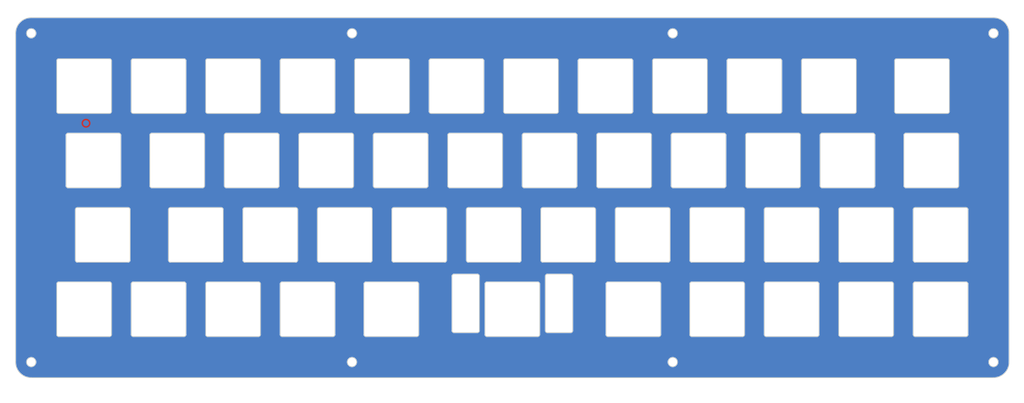
<source format=kicad_pcb>
(kicad_pcb (version 20221018) (generator pcbnew)
  (layers (0 "F.Cu" signal) (31 "B.Cu" signal) (34 "B.Paste" user) (35 "F.Paste" user) (36 "B.SilkS" user "B.Silkscreen") (37 "F.SilkS" user "F.Silkscreen") (38 "B.Mask" user) (39 "F.Mask" user) (44 "Edge.Cuts" user))
  (net 0 "")
  (net 1 "GND")
  (footprint "locallib:Outline" (layer "F.Cu") (at 19.84375 112.7125)
    (fp_text reference "J1")
    (fp_text value "Outline")
    (fp_line (start 0.024 -4.113) (end 0.024 -88.313) (stroke (width 0.2)) (layer "Edge.Cuts"))
    (fp_line (start 4.024 -92.313) (end 250.149 -92.313) (stroke (width 0.2)) (layer "Edge.Cuts"))
    (fp_line (start 10.549 -68.288) (end 10.549 -81.288) (stroke (width 0.2)) (layer "Edge.Cuts"))
    (fp_line (start 10.549 -11.138) (end 10.549 -24.138) (stroke (width 0.2)) (layer "Edge.Cuts"))
    (fp_line (start 11.049 -81.788) (end 24.049 -81.788) (stroke (width 0.2)) (layer "Edge.Cuts"))
    (fp_line (start 11.049 -24.638) (end 24.049 -24.638) (stroke (width 0.2)) (layer "Edge.Cuts"))
    (fp_line (start 12.93025 -62.238) (end 12.93025 -49.238) (stroke (width 0.2)) (layer "Edge.Cuts"))
    (fp_line (start 13.43025 -48.738) (end 26.43025 -48.738) (stroke (width 0.2)) (layer "Edge.Cuts"))
    (fp_line (start 15.3115 -30.188) (end 15.3115 -43.188) (stroke (width 0.2)) (layer "Edge.Cuts"))
    (fp_line (start 15.8115 -43.688) (end 28.8115 -43.688) (stroke (width 0.2)) (layer "Edge.Cuts"))
    (fp_line (start 24.049 -67.788) (end 11.049 -67.788) (stroke (width 0.2)) (layer "Edge.Cuts"))
    (fp_line (start 24.049 -10.638) (end 11.049 -10.638) (stroke (width 0.2)) (layer "Edge.Cuts"))
    (fp_line (start 24.549 -81.288) (end 24.549 -68.288) (stroke (width 0.2)) (layer "Edge.Cuts"))
    (fp_line (start 24.549 -24.138) (end 24.549 -11.138) (stroke (width 0.2)) (layer "Edge.Cuts"))
    (fp_line (start 26.43025 -62.738) (end 13.43025 -62.738) (stroke (width 0.2)) (layer "Edge.Cuts"))
    (fp_line (start 26.93025 -49.238) (end 26.93025 -62.238) (stroke (width 0.2)) (layer "Edge.Cuts"))
    (fp_line (start 28.8115 -29.688) (end 15.8115 -29.688) (stroke (width 0.2)) (layer "Edge.Cuts"))
    (fp_line (start 29.3115 -43.188) (end 29.3115 -30.188) (stroke (width 0.2)) (layer "Edge.Cuts"))
    (fp_line (start 29.599 -68.288) (end 29.599 -81.288) (stroke (width 0.2)) (layer "Edge.Cuts"))
    (fp_line (start 29.599 -24.138) (end 29.599 -11.138) (stroke (width 0.2)) (layer "Edge.Cuts"))
    (fp_line (start 30.099 -81.788) (end 43.099 -81.788) (stroke (width 0.2)) (layer "Edge.Cuts"))
    (fp_line (start 30.099 -10.638) (end 43.099 -10.638) (stroke (width 0.2)) (layer "Edge.Cuts"))
    (fp_line (start 34.3615 -49.238) (end 34.3615 -62.238) (stroke (width 0.2)) (layer "Edge.Cuts"))
    (fp_line (start 34.8615 -62.738) (end 47.8615 -62.738) (stroke (width 0.2)) (layer "Edge.Cuts"))
    (fp_line (start 39.124 -30.188) (end 39.124 -43.188) (stroke (width 0.2)) (layer "Edge.Cuts"))
    (fp_line (start 39.624 -43.688) (end 52.624 -43.688) (stroke (width 0.2)) (layer "Edge.Cuts"))
    (fp_line (start 43.099 -67.788) (end 30.099 -67.788) (stroke (width 0.2)) (layer "Edge.Cuts"))
    (fp_line (start 43.099 -24.638) (end 30.099 -24.638) (stroke (width 0.2)) (layer "Edge.Cuts"))
    (fp_line (start 43.599 -81.288) (end 43.599 -68.288) (stroke (width 0.2)) (layer "Edge.Cuts"))
    (fp_line (start 43.599 -11.138) (end 43.599 -24.138) (stroke (width 0.2)) (layer "Edge.Cuts"))
    (fp_line (start 47.8615 -48.738) (end 34.8615 -48.738) (stroke (width 0.2)) (layer "Edge.Cuts"))
    (fp_line (start 48.3615 -62.238) (end 48.3615 -49.238) (stroke (width 0.2)) (layer "Edge.Cuts"))
    (fp_line (start 48.649 -68.288) (end 48.649 -81.288) (stroke (width 0.2)) (layer "Edge.Cuts"))
    (fp_line (start 48.649 -11.138) (end 48.649 -24.138) (stroke (width 0.2)) (layer "Edge.Cuts"))
    (fp_line (start 49.149 -81.788) (end 62.149 -81.788) (stroke (width 0.2)) (layer "Edge.Cuts"))
    (fp_line (start 49.149 -24.638) (end 62.149 -24.638) (stroke (width 0.2)) (layer "Edge.Cuts"))
    (fp_line (start 52.624 -29.688) (end 39.624 -29.688) (stroke (width 0.2)) (layer "Edge.Cuts"))
    (fp_line (start 53.124 -43.188) (end 53.124 -30.188) (stroke (width 0.2)) (layer "Edge.Cuts"))
    (fp_line (start 53.4115 -49.238) (end 53.4115 -62.238) (stroke (width 0.2)) (layer "Edge.Cuts"))
    (fp_line (start 53.9115 -62.738) (end 66.9115 -62.738) (stroke (width 0.2)) (layer "Edge.Cuts"))
    (fp_line (start 58.174 -30.188) (end 58.174 -43.188) (stroke (width 0.2)) (layer "Edge.Cuts"))
    (fp_line (start 58.674 -43.688) (end 71.674 -43.688) (stroke (width 0.2)) (layer "Edge.Cuts"))
    (fp_line (start 62.149 -67.788) (end 49.149 -67.788) (stroke (width 0.2)) (layer "Edge.Cuts"))
    (fp_line (start 62.149 -10.638) (end 49.149 -10.638) (stroke (width 0.2)) (layer "Edge.Cuts"))
    (fp_line (start 62.649 -81.288) (end 62.649 -68.288) (stroke (width 0.2)) (layer "Edge.Cuts"))
    (fp_line (start 62.649 -24.138) (end 62.649 -11.138) (stroke (width 0.2)) (layer "Edge.Cuts"))
    (fp_line (start 66.9115 -48.738) (end 53.9115 -48.738) (stroke (width 0.2)) (layer "Edge.Cuts"))
    (fp_line (start 67.4115 -62.238) (end 67.4115 -49.238) (stroke (width 0.2)) (layer "Edge.Cuts"))
    (fp_line (start 67.699 -81.288) (end 67.699 -68.288) (stroke (width 0.2)) (layer "Edge.Cuts"))
    (fp_line (start 67.699 -11.138) (end 67.699 -24.138) (stroke (width 0.2)) (layer "Edge.Cuts"))
    (fp_line (start 68.199 -67.788) (end 81.199 -67.788) (stroke (width 0.2)) (layer "Edge.Cuts"))
    (fp_line (start 68.199 -24.638) (end 81.199 -24.638) (stroke (width 0.2)) (layer "Edge.Cuts"))
    (fp_line (start 71.674 -29.688) (end 58.674 -29.688) (stroke (width 0.2)) (layer "Edge.Cuts"))
    (fp_line (start 72.174 -43.188) (end 72.174 -30.188) (stroke (width 0.2)) (layer "Edge.Cuts"))
    (fp_line (start 72.4615 -49.238) (end 72.4615 -62.238) (stroke (width 0.2)) (layer "Edge.Cuts"))
    (fp_line (start 72.9615 -62.738) (end 85.9615 -62.738) (stroke (width 0.2)) (layer "Edge.Cuts"))
    (fp_line (start 77.224 -30.188) (end 77.224 -43.188) (stroke (width 0.2)) (layer "Edge.Cuts"))
    (fp_line (start 77.724 -43.688) (end 90.724 -43.688) (stroke (width 0.2)) (layer "Edge.Cuts"))
    (fp_line (start 81.199 -81.788) (end 68.199 -81.788) (stroke (width 0.2)) (layer "Edge.Cuts"))
    (fp_line (start 81.199 -10.638) (end 68.199 -10.638) (stroke (width 0.2)) (layer "Edge.Cuts"))
    (fp_line (start 81.699 -68.288) (end 81.699 -81.288) (stroke (width 0.2)) (layer "Edge.Cuts"))
    (fp_line (start 81.699 -24.138) (end 81.699 -11.138) (stroke (width 0.2)) (layer "Edge.Cuts"))
    (fp_line (start 85.9615 -48.738) (end 72.9615 -48.738) (stroke (width 0.2)) (layer "Edge.Cuts"))
    (fp_line (start 86.4615 -62.238) (end 86.4615 -49.238) (stroke (width 0.2)) (layer "Edge.Cuts"))
    (fp_line (start 86.749 -68.288) (end 86.749 -81.288) (stroke (width 0.2)) (layer "Edge.Cuts"))
    (fp_line (start 87.249 -81.788) (end 100.249 -81.788) (stroke (width 0.2)) (layer "Edge.Cuts"))
    (fp_line (start 89.13025 -11.138) (end 89.13025 -24.138) (stroke (width 0.2)) (layer "Edge.Cuts"))
    (fp_line (start 89.63025 -24.638) (end 102.63025 -24.638) (stroke (width 0.2)) (layer "Edge.Cuts"))
    (fp_line (start 90.724 -29.688) (end 77.724 -29.688) (stroke (width 0.2)) (layer "Edge.Cuts"))
    (fp_line (start 91.224 -43.188) (end 91.224 -30.188) (stroke (width 0.2)) (layer "Edge.Cuts"))
    (fp_line (start 91.5115 -49.238) (end 91.5115 -62.238) (stroke (width 0.2)) (layer "Edge.Cuts"))
    (fp_line (start 92.0115 -62.738) (end 105.0115 -62.738) (stroke (width 0.2)) (layer "Edge.Cuts"))
    (fp_line (start 96.274 -30.188) (end 96.274 -43.188) (stroke (width 0.2)) (layer "Edge.Cuts"))
    (fp_line (start 96.774 -43.688) (end 109.774 -43.688) (stroke (width 0.2)) (layer "Edge.Cuts"))
    (fp_line (start 100.249 -67.788) (end 87.249 -67.788) (stroke (width 0.2)) (layer "Edge.Cuts"))
    (fp_line (start 100.749 -81.288) (end 100.749 -68.288) (stroke (width 0.2)) (layer "Edge.Cuts"))
    (fp_line (start 102.63025 -10.638) (end 89.63025 -10.638) (stroke (width 0.2)) (layer "Edge.Cuts"))
    (fp_line (start 103.13025 -24.138) (end 103.13025 -11.138) (stroke (width 0.2)) (layer "Edge.Cuts"))
    (fp_line (start 105.0115 -48.738) (end 92.0115 -48.738) (stroke (width 0.2)) (layer "Edge.Cuts"))
    (fp_line (start 105.5115 -62.238) (end 105.5115 -49.238) (stroke (width 0.2)) (layer "Edge.Cuts"))
    (fp_line (start 105.799 -68.288) (end 105.799 -81.288) (stroke (width 0.2)) (layer "Edge.Cuts"))
    (fp_line (start 106.299 -81.788) (end 119.299 -81.788) (stroke (width 0.2)) (layer "Edge.Cuts"))
    (fp_line (start 109.774 -29.688) (end 96.774 -29.688) (stroke (width 0.2)) (layer "Edge.Cuts"))
    (fp_line (start 110.274 -43.188) (end 110.274 -30.188) (stroke (width 0.2)) (layer "Edge.Cuts"))
    (fp_line (start 110.5615 -49.238) (end 110.5615 -62.238) (stroke (width 0.2)) (layer "Edge.Cuts"))
    (fp_line (start 111.0615 -62.738) (end 124.0615 -62.738) (stroke (width 0.2)) (layer "Edge.Cuts"))
    (fp_line (start 111.6485 -12.138) (end 111.6485 -26.138) (stroke (width 0.2)) (layer "Edge.Cuts"))
    (fp_line (start 112.1485 -26.638) (end 118.1485 -26.638) (stroke (width 0.2)) (layer "Edge.Cuts"))
    (fp_line (start 115.324 -30.188) (end 115.324 -43.188) (stroke (width 0.2)) (layer "Edge.Cuts"))
    (fp_line (start 115.824 -43.688) (end 128.824 -43.688) (stroke (width 0.2)) (layer "Edge.Cuts"))
    (fp_line (start 118.1485 -11.638) (end 112.1485 -11.638) (stroke (width 0.2)) (layer "Edge.Cuts"))
    (fp_line (start 118.6485 -26.138) (end 118.6485 -12.138) (stroke (width 0.2)) (layer "Edge.Cuts"))
    (fp_line (start 119.299 -67.788) (end 106.299 -67.788) (stroke (width 0.2)) (layer "Edge.Cuts"))
    (fp_line (start 119.799 -81.288) (end 119.799 -68.288) (stroke (width 0.2)) (layer "Edge.Cuts"))
    (fp_line (start 120.0865 -11.138) (end 120.0865 -24.138) (stroke (width 0.2)) (layer "Edge.Cuts"))
    (fp_line (start 120.5865 -24.638) (end 133.5865 -24.638) (stroke (width 0.2)) (layer "Edge.Cuts"))
    (fp_line (start 124.0615 -48.738) (end 111.0615 -48.738) (stroke (width 0.2)) (layer "Edge.Cuts"))
    (fp_line (start 124.5615 -62.238) (end 124.5615 -49.238) (stroke (width 0.2)) (layer "Edge.Cuts"))
    (fp_line (start 124.849 -68.288) (end 124.849 -81.288) (stroke (width 0.2)) (layer "Edge.Cuts"))
    (fp_line (start 125.349 -81.788) (end 138.349 -81.788) (stroke (width 0.2)) (layer "Edge.Cuts"))
    (fp_line (start 128.824 -29.688) (end 115.824 -29.688) (stroke (width 0.2)) (layer "Edge.Cuts"))
    (fp_line (start 129.324 -43.188) (end 129.324 -30.188) (stroke (width 0.2)) (layer "Edge.Cuts"))
    (fp_line (start 129.6115 -49.238) (end 129.6115 -62.238) (stroke (width 0.2)) (layer "Edge.Cuts"))
    (fp_line (start 130.1115 -62.738) (end 143.1115 -62.738) (stroke (width 0.2)) (layer "Edge.Cuts"))
    (fp_line (start 133.5865 -10.638) (end 120.5865 -10.638) (stroke (width 0.2)) (layer "Edge.Cuts"))
    (fp_line (start 134.0865 -24.138) (end 134.0865 -11.138) (stroke (width 0.2)) (layer "Edge.Cuts"))
    (fp_line (start 134.374 -30.188) (end 134.374 -43.188) (stroke (width 0.2)) (layer "Edge.Cuts"))
    (fp_line (start 134.874 -43.688) (end 147.874 -43.688) (stroke (width 0.2)) (layer "Edge.Cuts"))
    (fp_line (start 135.5245 -12.138) (end 135.5245 -26.138) (stroke (width 0.2)) (layer "Edge.Cuts"))
    (fp_line (start 136.0245 -26.638) (end 142.0245 -26.638) (stroke (width 0.2)) (layer "Edge.Cuts"))
    (fp_line (start 138.349 -67.788) (end 125.349 -67.788) (stroke (width 0.2)) (layer "Edge.Cuts"))
    (fp_line (start 138.849 -81.288) (end 138.849 -68.288) (stroke (width 0.2)) (layer "Edge.Cuts"))
    (fp_line (start 142.0245 -11.638) (end 136.0245 -11.638) (stroke (width 0.2)) (layer "Edge.Cuts"))
    (fp_line (start 142.5245 -26.138) (end 142.5245 -12.138) (stroke (width 0.2)) (layer "Edge.Cuts"))
    (fp_line (start 143.1115 -48.738) (end 130.1115 -48.738) (stroke (width 0.2)) (layer "Edge.Cuts"))
    (fp_line (start 143.6115 -62.238) (end 143.6115 -49.238) (stroke (width 0.2)) (layer "Edge.Cuts"))
    (fp_line (start 143.899 -68.288) (end 143.899 -81.288) (stroke (width 0.2)) (layer "Edge.Cuts"))
    (fp_line (start 144.399 -81.788) (end 157.399 -81.788) (stroke (width 0.2)) (layer "Edge.Cuts"))
    (fp_line (start 147.874 -29.688) (end 134.874 -29.688) (stroke (width 0.2)) (layer "Edge.Cuts"))
    (fp_line (start 148.374 -43.188) (end 148.374 -30.188) (stroke (width 0.2)) (layer "Edge.Cuts"))
    (fp_line (start 148.6615 -49.238) (end 148.6615 -62.238) (stroke (width 0.2)) (layer "Edge.Cuts"))
    (fp_line (start 149.1615 -62.738) (end 162.1615 -62.738) (stroke (width 0.2)) (layer "Edge.Cuts"))
    (fp_line (start 151.04275 -11.138) (end 151.04275 -24.138) (stroke (width 0.2)) (layer "Edge.Cuts"))
    (fp_line (start 151.54275 -24.638) (end 164.54275 -24.638) (stroke (width 0.2)) (layer "Edge.Cuts"))
    (fp_line (start 153.424 -30.188) (end 153.424 -43.188) (stroke (width 0.2)) (layer "Edge.Cuts"))
    (fp_line (start 153.924 -43.688) (end 166.924 -43.688) (stroke (width 0.2)) (layer "Edge.Cuts"))
    (fp_line (start 157.399 -67.788) (end 144.399 -67.788) (stroke (width 0.2)) (layer "Edge.Cuts"))
    (fp_line (start 157.899 -81.288) (end 157.899 -68.288) (stroke (width 0.2)) (layer "Edge.Cuts"))
    (fp_line (start 162.1615 -48.738) (end 149.1615 -48.738) (stroke (width 0.2)) (layer "Edge.Cuts"))
    (fp_line (start 162.6615 -62.238) (end 162.6615 -49.238) (stroke (width 0.2)) (layer "Edge.Cuts"))
    (fp_line (start 162.949 -68.288) (end 162.949 -81.288) (stroke (width 0.2)) (layer "Edge.Cuts"))
    (fp_line (start 163.449 -81.788) (end 176.449 -81.788) (stroke (width 0.2)) (layer "Edge.Cuts"))
    (fp_line (start 164.54275 -10.638) (end 151.54275 -10.638) (stroke (width 0.2)) (layer "Edge.Cuts"))
    (fp_line (start 165.04275 -24.138) (end 165.04275 -11.138) (stroke (width 0.2)) (layer "Edge.Cuts"))
    (fp_line (start 166.924 -29.688) (end 153.924 -29.688) (stroke (width 0.2)) (layer "Edge.Cuts"))
    (fp_line (start 167.424 -43.188) (end 167.424 -30.188) (stroke (width 0.2)) (layer "Edge.Cuts"))
    (fp_line (start 167.7115 -49.238) (end 167.7115 -62.238) (stroke (width 0.2)) (layer "Edge.Cuts"))
    (fp_line (start 168.2115 -62.738) (end 181.2115 -62.738) (stroke (width 0.2)) (layer "Edge.Cuts"))
    (fp_line (start 172.474 -30.188) (end 172.474 -43.188) (stroke (width 0.2)) (layer "Edge.Cuts"))
    (fp_line (start 172.474 -11.138) (end 172.474 -24.138) (stroke (width 0.2)) (layer "Edge.Cuts"))
    (fp_line (start 172.974 -43.688) (end 185.974 -43.688) (stroke (width 0.2)) (layer "Edge.Cuts"))
    (fp_line (start 172.974 -24.638) (end 185.974 -24.638) (stroke (width 0.2)) (layer "Edge.Cuts"))
    (fp_line (start 176.449 -67.788) (end 163.449 -67.788) (stroke (width 0.2)) (layer "Edge.Cuts"))
    (fp_line (start 176.949 -81.288) (end 176.949 -68.288) (stroke (width 0.2)) (layer "Edge.Cuts"))
    (fp_line (start 181.2115 -48.738) (end 168.2115 -48.738) (stroke (width 0.2)) (layer "Edge.Cuts"))
    (fp_line (start 181.7115 -62.238) (end 181.7115 -49.238) (stroke (width 0.2)) (layer "Edge.Cuts"))
    (fp_line (start 181.999 -68.288) (end 181.999 -81.288) (stroke (width 0.2)) (layer "Edge.Cuts"))
    (fp_line (start 182.499 -81.788) (end 195.499 -81.788) (stroke (width 0.2)) (layer "Edge.Cuts"))
    (fp_line (start 185.974 -29.688) (end 172.974 -29.688) (stroke (width 0.2)) (layer "Edge.Cuts"))
    (fp_line (start 185.974 -10.638) (end 172.974 -10.638) (stroke (width 0.2)) (layer "Edge.Cuts"))
    (fp_line (start 186.474 -43.188) (end 186.474 -30.188) (stroke (width 0.2)) (layer "Edge.Cuts"))
    (fp_line (start 186.474 -24.138) (end 186.474 -11.138) (stroke (width 0.2)) (layer "Edge.Cuts"))
    (fp_line (start 186.7615 -49.238) (end 186.7615 -62.238) (stroke (width 0.2)) (layer "Edge.Cuts"))
    (fp_line (start 187.2615 -62.738) (end 200.2615 -62.738) (stroke (width 0.2)) (layer "Edge.Cuts"))
    (fp_line (start 191.524 -30.188) (end 191.524 -43.188) (stroke (width 0.2)) (layer "Edge.Cuts"))
    (fp_line (start 191.524 -11.138) (end 191.524 -24.138) (stroke (width 0.2)) (layer "Edge.Cuts"))
    (fp_line (start 192.024 -43.688) (end 205.024 -43.688) (stroke (width 0.2)) (layer "Edge.Cuts"))
    (fp_line (start 192.024 -24.638) (end 205.024 -24.638) (stroke (width 0.2)) (layer "Edge.Cuts"))
    (fp_line (start 195.499 -67.788) (end 182.499 -67.788) (stroke (width 0.2)) (layer "Edge.Cuts"))
    (fp_line (start 195.999 -81.288) (end 195.999 -68.288) (stroke (width 0.2)) (layer "Edge.Cuts"))
    (fp_line (start 200.2615 -48.738) (end 187.2615 -48.738) (stroke (width 0.2)) (layer "Edge.Cuts"))
    (fp_line (start 200.7615 -62.238) (end 200.7615 -49.238) (stroke (width 0.2)) (layer "Edge.Cuts"))
    (fp_line (start 201.049 -68.288) (end 201.049 -81.288) (stroke (width 0.2)) (layer "Edge.Cuts"))
    (fp_line (start 201.549 -81.788) (end 214.549 -81.788) (stroke (width 0.2)) (layer "Edge.Cuts"))
    (fp_line (start 205.024 -29.688) (end 192.024 -29.688) (stroke (width 0.2)) (layer "Edge.Cuts"))
    (fp_line (start 205.024 -10.638) (end 192.024 -10.638) (stroke (width 0.2)) (layer "Edge.Cuts"))
    (fp_line (start 205.524 -43.188) (end 205.524 -30.188) (stroke (width 0.2)) (layer "Edge.Cuts"))
    (fp_line (start 205.524 -24.138) (end 205.524 -11.138) (stroke (width 0.2)) (layer "Edge.Cuts"))
    (fp_line (start 205.8115 -49.238) (end 205.8115 -62.238) (stroke (width 0.2)) (layer "Edge.Cuts"))
    (fp_line (start 206.3115 -62.738) (end 219.3115 -62.738) (stroke (width 0.2)) (layer "Edge.Cuts"))
    (fp_line (start 210.574 -30.188) (end 210.574 -43.188) (stroke (width 0.2)) (layer "Edge.Cuts"))
    (fp_line (start 210.574 -24.138) (end 210.574 -11.138) (stroke (width 0.2)) (layer "Edge.Cuts"))
    (fp_line (start 211.074 -43.688) (end 224.074 -43.688) (stroke (width 0.2)) (layer "Edge.Cuts"))
    (fp_line (start 211.074 -10.638) (end 224.074 -10.638) (stroke (width 0.2)) (layer "Edge.Cuts"))
    (fp_line (start 214.549 -67.788) (end 201.549 -67.788) (stroke (width 0.2)) (layer "Edge.Cuts"))
    (fp_line (start 215.049 -81.288) (end 215.049 -68.288) (stroke (width 0.2)) (layer "Edge.Cuts"))
    (fp_line (start 219.3115 -48.738) (end 206.3115 -48.738) (stroke (width 0.2)) (layer "Edge.Cuts"))
    (fp_line (start 219.8115 -62.238) (end 219.8115 -49.238) (stroke (width 0.2)) (layer "Edge.Cuts"))
    (fp_line (start 224.074 -29.688) (end 211.074 -29.688) (stroke (width 0.2)) (layer "Edge.Cuts"))
    (fp_line (start 224.074 -24.638) (end 211.074 -24.638) (stroke (width 0.2)) (layer "Edge.Cuts"))
    (fp_line (start 224.574 -43.188) (end 224.574 -30.188) (stroke (width 0.2)) (layer "Edge.Cuts"))
    (fp_line (start 224.574 -11.138) (end 224.574 -24.138) (stroke (width 0.2)) (layer "Edge.Cuts"))
    (fp_line (start 224.8615 -68.288) (end 224.8615 -81.288) (stroke (width 0.2)) (layer "Edge.Cuts"))
    (fp_line (start 225.3615 -81.788) (end 238.3615 -81.788) (stroke (width 0.2)) (layer "Edge.Cuts"))
    (fp_line (start 227.24275 -62.238) (end 227.24275 -49.238) (stroke (width 0.2)) (layer "Edge.Cuts"))
    (fp_line (start 227.74275 -48.738) (end 240.74275 -48.738) (stroke (width 0.2)) (layer "Edge.Cuts"))
    (fp_line (start 229.624 -30.188) (end 229.624 -43.188) (stroke (width 0.2)) (layer "Edge.Cuts"))
    (fp_line (start 229.624 -11.138) (end 229.624 -24.138) (stroke (width 0.2)) (layer "Edge.Cuts"))
    (fp_line (start 230.124 -43.688) (end 243.124 -43.688) (stroke (width 0.2)) (layer "Edge.Cuts"))
    (fp_line (start 230.124 -24.638) (end 243.124 -24.638) (stroke (width 0.2)) (layer "Edge.Cuts"))
    (fp_line (start 238.3615 -67.788) (end 225.3615 -67.788) (stroke (width 0.2)) (layer "Edge.Cuts"))
    (fp_line (start 238.8615 -81.288) (end 238.8615 -68.288) (stroke (width 0.2)) (layer "Edge.Cuts"))
    (fp_line (start 240.74275 -62.738) (end 227.74275 -62.738) (stroke (width 0.2)) (layer "Edge.Cuts"))
    (fp_line (start 241.24275 -49.238) (end 241.24275 -62.238) (stroke (width 0.2)) (layer "Edge.Cuts"))
    (fp_line (start 243.124 -29.688) (end 230.124 -29.688) (stroke (width 0.2)) (layer "Edge.Cuts"))
    (fp_line (start 243.124 -10.638) (end 230.124 -10.638) (stroke (width 0.2)) (layer "Edge.Cuts"))
    (fp_line (start 243.624 -43.188) (end 243.624 -30.188) (stroke (width 0.2)) (layer "Edge.Cuts"))
    (fp_line (start 243.624 -24.138) (end 243.624 -11.138) (stroke (width 0.2)) (layer "Edge.Cuts"))
    (fp_line (start 250.149 -0.113) (end 4.024 -0.113) (stroke (width 0.2)) (layer "Edge.Cuts"))
    (fp_line (start 254.149 -88.313) (end 254.149 -4.113) (stroke (width 0.2)) (layer "Edge.Cuts"))
    (fp_arc (start 0.024 -88.313) (mid 1.195573 -91.141427) (end 4.024 -92.313) (stroke (width 0.2)) (layer "Edge.Cuts"))
    (fp_arc (start 4.024 -0.113) (mid 1.195573 -1.284573) (end 0.024 -4.113) (stroke (width 0.2)) (layer "Edge.Cuts"))
    (fp_arc (start 10.549 -81.288) (mid 10.695447 -81.641553) (end 11.049 -81.788) (stroke (width 0.2)) (layer "Edge.Cuts"))
    (fp_arc (start 10.549 -24.138) (mid 10.695447 -24.491553) (end 11.049 -24.638) (stroke (width 0.2)) (layer "Edge.Cuts"))
    (fp_arc (start 11.049 -67.788) (mid 10.695447 -67.934447) (end 10.549 -68.288) (stroke (width 0.2)) (layer "Edge.Cuts"))
    (fp_arc (start 11.049 -10.638) (mid 10.695447 -10.784447) (end 10.549 -11.138) (stroke (width 0.2)) (layer "Edge.Cuts"))
    (fp_arc (start 12.93025 -62.238) (mid 13.0767 -62.591536) (end 13.43025 -62.738) (stroke (width 0.2)) (layer "Edge.Cuts"))
    (fp_arc (start 13.43025 -48.738) (mid 13.076694 -48.884458) (end 12.93025 -49.238) (stroke (width 0.2)) (layer "Edge.Cuts"))
    (fp_arc (start 15.3115 -43.188) (mid 15.457947 -43.541553) (end 15.8115 -43.688) (stroke (width 0.2)) (layer "Edge.Cuts"))
    (fp_arc (start 15.8115 -29.688) (mid 15.457947 -29.834447) (end 15.3115 -30.188) (stroke (width 0.2)) (layer "Edge.Cuts"))
    (fp_arc (start 24.049 -81.788) (mid 24.402553 -81.641553) (end 24.549 -81.288) (stroke (width 0.2)) (layer "Edge.Cuts"))
    (fp_arc (start 24.049 -24.638) (mid 24.402553 -24.491553) (end 24.549 -24.138) (stroke (width 0.2)) (layer "Edge.Cuts"))
    (fp_arc (start 24.549 -68.288) (mid 24.402553 -67.934447) (end 24.049 -67.788) (stroke (width 0.2)) (layer "Edge.Cuts"))
    (fp_arc (start 24.549 -11.138) (mid 24.402553 -10.784447) (end 24.049 -10.638) (stroke (width 0.2)) (layer "Edge.Cuts"))
    (fp_arc (start 26.43025 -62.738) (mid 26.783806 -62.591542) (end 26.93025 -62.238) (stroke (width 0.2)) (layer "Edge.Cuts"))
    (fp_arc (start 26.93025 -49.238) (mid 26.7838 -48.884464) (end 26.43025 -48.738) (stroke (width 0.2)) (layer "Edge.Cuts"))
    (fp_arc (start 28.8115 -43.688) (mid 29.165053 -43.541553) (end 29.3115 -43.188) (stroke (width 0.2)) (layer "Edge.Cuts"))
    (fp_arc (start 29.3115 -30.188) (mid 29.165053 -29.834447) (end 28.8115 -29.688) (stroke (width 0.2)) (layer "Edge.Cuts"))
    (fp_arc (start 29.599 -81.288) (mid 29.745447 -81.641553) (end 30.099 -81.788) (stroke (width 0.2)) (layer "Edge.Cuts"))
    (fp_arc (start 29.599 -24.138) (mid 29.745447 -24.491553) (end 30.099 -24.638) (stroke (width 0.2)) (layer "Edge.Cuts"))
    (fp_arc (start 30.099 -67.788) (mid 29.745447 -67.934447) (end 29.599 -68.288) (stroke (width 0.2)) (layer "Edge.Cuts"))
    (fp_arc (start 30.099 -10.638) (mid 29.745447 -10.784447) (end 29.599 -11.138) (stroke (width 0.2)) (layer "Edge.Cuts"))
    (fp_arc (start 34.3615 -62.238) (mid 34.507947 -62.591553) (end 34.8615 -62.738) (stroke (width 0.2)) (layer "Edge.Cuts"))
    (fp_arc (start 34.8615 -48.738) (mid 34.507947 -48.884447) (end 34.3615 -49.238) (stroke (width 0.2)) (layer "Edge.Cuts"))
    (fp_arc (start 39.124 -43.188) (mid 39.270447 -43.541553) (end 39.624 -43.688) (stroke (width 0.2)) (layer "Edge.Cuts"))
    (fp_arc (start 39.624 -29.688) (mid 39.270447 -29.834447) (end 39.124 -30.188) (stroke (width 0.2)) (layer "Edge.Cuts"))
    (fp_arc (start 43.099 -81.788) (mid 43.452553 -81.641553) (end 43.599 -81.288) (stroke (width 0.2)) (layer "Edge.Cuts"))
    (fp_arc (start 43.099 -24.638) (mid 43.452553 -24.491553) (end 43.599 -24.138) (stroke (width 0.2)) (layer "Edge.Cuts"))
    (fp_arc (start 43.599 -68.288) (mid 43.452553 -67.934447) (end 43.099 -67.788) (stroke (width 0.2)) (layer "Edge.Cuts"))
    (fp_arc (start 43.599 -11.138) (mid 43.452553 -10.784447) (end 43.099 -10.638) (stroke (width 0.2)) (layer "Edge.Cuts"))
    (fp_arc (start 47.8615 -62.738) (mid 48.215053 -62.591553) (end 48.3615 -62.238) (stroke (width 0.2)) (layer "Edge.Cuts"))
    (fp_arc (start 48.3615 -49.238) (mid 48.215053 -48.884447) (end 47.8615 -48.738) (stroke (width 0.2)) (layer "Edge.Cuts"))
    (fp_arc (start 48.649 -81.288) (mid 48.795447 -81.641553) (end 49.149 -81.788) (stroke (width 0.2)) (layer "Edge.Cuts"))
    (fp_arc (start 48.649 -24.138) (mid 48.795447 -24.491553) (end 49.149 -24.638) (stroke (width 0.2)) (layer "Edge.Cuts"))
    (fp_arc (start 49.149 -67.788) (mid 48.795447 -67.934447) (end 48.649 -68.288) (stroke (width 0.2)) (layer "Edge.Cuts"))
    (fp_arc (start 49.149 -10.638) (mid 48.795447 -10.784447) (end 48.649 -11.138) (stroke (width 0.2)) (layer "Edge.Cuts"))
    (fp_arc (start 52.624 -43.688) (mid 52.977553 -43.541553) (end 53.124 -43.188) (stroke (width 0.2)) (layer "Edge.Cuts"))
    (fp_arc (start 53.124 -30.188) (mid 52.977553 -29.834447) (end 52.624 -29.688) (stroke (width 0.2)) (layer "Edge.Cuts"))
    (fp_arc (start 53.4115 -62.238) (mid 53.557947 -62.591553) (end 53.9115 -62.738) (stroke (width 0.2)) (layer "Edge.Cuts"))
    (fp_arc (start 53.9115 -48.738) (mid 53.557947 -48.884447) (end 53.4115 -49.238) (stroke (width 0.2)) (layer "Edge.Cuts"))
    (fp_arc (start 58.174 -43.188) (mid 58.320447 -43.541553) (end 58.674 -43.688) (stroke (width 0.2)) (layer "Edge.Cuts"))
    (fp_arc (start 58.674 -29.688) (mid 58.320447 -29.834447) (end 58.174 -30.188) (stroke (width 0.2)) (layer "Edge.Cuts"))
    (fp_arc (start 62.149 -81.788) (mid 62.502553 -81.641553) (end 62.649 -81.288) (stroke (width 0.2)) (layer "Edge.Cuts"))
    (fp_arc (start 62.149 -24.638) (mid 62.502553 -24.491553) (end 62.649 -24.138) (stroke (width 0.2)) (layer "Edge.Cuts"))
    (fp_arc (start 62.649 -68.288) (mid 62.502553 -67.934447) (end 62.149 -67.788) (stroke (width 0.2)) (layer "Edge.Cuts"))
    (fp_arc (start 62.649 -11.138) (mid 62.502553 -10.784447) (end 62.149 -10.638) (stroke (width 0.2)) (layer "Edge.Cuts"))
    (fp_arc (start 66.9115 -62.738) (mid 67.265053 -62.591553) (end 67.4115 -62.238) (stroke (width 0.2)) (layer "Edge.Cuts"))
    (fp_arc (start 67.4115 -49.238) (mid 67.265053 -48.884447) (end 66.9115 -48.738) (stroke (width 0.2)) (layer "Edge.Cuts"))
    (fp_arc (start 67.699 -81.288) (mid 67.845447 -81.641553) (end 68.199 -81.788) (stroke (width 0.2)) (layer "Edge.Cuts"))
    (fp_arc (start 67.699 -24.138) (mid 67.845447 -24.491553) (end 68.199 -24.638) (stroke (width 0.2)) (layer "Edge.Cuts"))
    (fp_arc (start 68.199 -67.788) (mid 67.845447 -67.934447) (end 67.699 -68.288) (stroke (width 0.2)) (layer "Edge.Cuts"))
    (fp_arc (start 68.199 -10.638) (mid 67.845447 -10.784447) (end 67.699 -11.138) (stroke (width 0.2)) (layer "Edge.Cuts"))
    (fp_arc (start 71.674 -43.688) (mid 72.027553 -43.541553) (end 72.174 -43.188) (stroke (width 0.2)) (layer "Edge.Cuts"))
    (fp_arc (start 72.174 -30.188) (mid 72.027553 -29.834447) (end 71.674 -29.688) (stroke (width 0.2)) (layer "Edge.Cuts"))
    (fp_arc (start 72.4615 -62.238) (mid 72.607947 -62.591553) (end 72.9615 -62.738) (stroke (width 0.2)) (layer "Edge.Cuts"))
    (fp_arc (start 72.9615 -48.738) (mid 72.607947 -48.884447) (end 72.4615 -49.238) (stroke (width 0.2)) (layer "Edge.Cuts"))
    (fp_arc (start 77.224 -43.188) (mid 77.370447 -43.541553) (end 77.724 -43.688) (stroke (width 0.2)) (layer "Edge.Cuts"))
    (fp_arc (start 77.724 -29.688) (mid 77.370447 -29.834447) (end 77.224 -30.188) (stroke (width 0.2)) (layer "Edge.Cuts"))
    (fp_arc (start 81.199 -81.788) (mid 81.552553 -81.641553) (end 81.699 -81.288) (stroke (width 0.2)) (layer "Edge.Cuts"))
    (fp_arc (start 81.199 -24.638) (mid 81.552553 -24.491553) (end 81.699 -24.138) (stroke (width 0.2)) (layer "Edge.Cuts"))
    (fp_arc (start 81.699 -68.288) (mid 81.552553 -67.934447) (end 81.199 -67.788) (stroke (width 0.2)) (layer "Edge.Cuts"))
    (fp_arc (start 81.699 -11.138) (mid 81.552553 -10.784447) (end 81.199 -10.638) (stroke (width 0.2)) (layer "Edge.Cuts"))
    (fp_arc (start 85.9615 -62.738) (mid 86.315053 -62.591553) (end 86.4615 -62.238) (stroke (width 0.2)) (layer "Edge.Cuts"))
    (fp_arc (start 86.4615 -49.238) (mid 86.315053 -48.884447) (end 85.9615 -48.738) (stroke (width 0.2)) (layer "Edge.Cuts"))
    (fp_arc (start 86.749 -81.288) (mid 86.895447 -81.641553) (end 87.249 -81.788) (stroke (width 0.2)) (layer "Edge.Cuts"))
    (fp_arc (start 87.249 -67.788) (mid 86.895447 -67.934447) (end 86.749 -68.288) (stroke (width 0.2)) (layer "Edge.Cuts"))
    (fp_arc (start 89.13025 -24.138) (mid 89.2767 -24.491536) (end 89.63025 -24.638) (stroke (width 0.2)) (layer "Edge.Cuts"))
    (fp_arc (start 89.63025 -10.638) (mid 89.276694 -10.784458) (end 89.13025 -11.138) (stroke (width 0.2)) (layer "Edge.Cuts"))
    (fp_arc (start 90.724 -43.688) (mid 91.077553 -43.541553) (end 91.224 -43.188) (stroke (width 0.2)) (layer "Edge.Cuts"))
    (fp_arc (start 91.224 -30.188) (mid 91.077553 -29.834447) (end 90.724 -29.688) (stroke (width 0.2)) (layer "Edge.Cuts"))
    (fp_arc (start 91.5115 -62.238) (mid 91.657947 -62.591553) (end 92.0115 -62.738) (stroke (width 0.2)) (layer "Edge.Cuts"))
    (fp_arc (start 92.0115 -48.738) (mid 91.657947 -48.884447) (end 91.5115 -49.238) (stroke (width 0.2)) (layer "Edge.Cuts"))
    (fp_arc (start 96.274 -43.188) (mid 96.420447 -43.541553) (end 96.774 -43.688) (stroke (width 0.2)) (layer "Edge.Cuts"))
    (fp_arc (start 96.774 -29.688) (mid 96.420447 -29.834447) (end 96.274 -30.188) (stroke (width 0.2)) (layer "Edge.Cuts"))
    (fp_arc (start 100.249 -81.788) (mid 100.602553 -81.641553) (end 100.749 -81.288) (stroke (width 0.2)) (layer "Edge.Cuts"))
    (fp_arc (start 100.749 -68.288) (mid 100.602553 -67.934447) (end 100.249 -67.788) (stroke (width 0.2)) (layer "Edge.Cuts"))
    (fp_arc (start 102.63025 -24.638) (mid 102.983806 -24.491542) (end 103.13025 -24.138) (stroke (width 0.2)) (layer "Edge.Cuts"))
    (fp_arc (start 103.13025 -11.138) (mid 102.9838 -10.784464) (end 102.63025 -10.638) (stroke (width 0.2)) (layer "Edge.Cuts"))
    (fp_arc (start 105.0115 -62.738) (mid 105.365053 -62.591553) (end 105.5115 -62.238) (stroke (width 0.2)) (layer "Edge.Cuts"))
    (fp_arc (start 105.5115 -49.238) (mid 105.365053 -48.884447) (end 105.0115 -48.738) (stroke (width 0.2)) (layer "Edge.Cuts"))
    (fp_arc (start 105.799 -81.288) (mid 105.945447 -81.641553) (end 106.299 -81.788) (stroke (width 0.2)) (layer "Edge.Cuts"))
    (fp_arc (start 106.299 -67.788) (mid 105.945447 -67.934447) (end 105.799 -68.288) (stroke (width 0.2)) (layer "Edge.Cuts"))
    (fp_arc (start 109.774 -43.688) (mid 110.127553 -43.541553) (end 110.274 -43.188) (stroke (width 0.2)) (layer "Edge.Cuts"))
    (fp_arc (start 110.274 -30.188) (mid 110.127553 -29.834447) (end 109.774 -29.688) (stroke (width 0.2)) (layer "Edge.Cuts"))
    (fp_arc (start 110.5615 -62.238) (mid 110.707947 -62.591553) (end 111.0615 -62.738) (stroke (width 0.2)) (layer "Edge.Cuts"))
    (fp_arc (start 111.0615 -48.738) (mid 110.707947 -48.884447) (end 110.5615 -49.238) (stroke (width 0.2)) (layer "Edge.Cuts"))
    (fp_arc (start 111.6485 -26.138) (mid 111.794947 -26.491553) (end 112.1485 -26.638) (stroke (width 0.2)) (layer "Edge.Cuts"))
    (fp_arc (start 112.1485 -11.638) (mid 111.794947 -11.784447) (end 111.6485 -12.138) (stroke (width 0.2)) (layer "Edge.Cuts"))
    (fp_arc (start 115.324 -43.188) (mid 115.470447 -43.541553) (end 115.824 -43.688) (stroke (width 0.2)) (layer "Edge.Cuts"))
    (fp_arc (start 115.824 -29.688) (mid 115.470447 -29.834447) (end 115.324 -30.188) (stroke (width 0.2)) (layer "Edge.Cuts"))
    (fp_arc (start 118.1485 -26.638) (mid 118.502053 -26.491553) (end 118.6485 -26.138) (stroke (width 0.2)) (layer "Edge.Cuts"))
    (fp_arc (start 118.6485 -12.138) (mid 118.502053 -11.784447) (end 118.1485 -11.638) (stroke (width 0.2)) (layer "Edge.Cuts"))
    (fp_arc (start 119.299 -81.788) (mid 119.652553 -81.641553) (end 119.799 -81.288) (stroke (width 0.2)) (layer "Edge.Cuts"))
    (fp_arc (start 119.799 -68.288) (mid 119.652553 -67.934447) (end 119.299 -67.788) (stroke (width 0.2)) (layer "Edge.Cuts"))
    (fp_arc (start 120.0865 -24.138) (mid 120.232947 -24.491553) (end 120.5865 -24.638) (stroke (width 0.2)) (layer "Edge.Cuts"))
    (fp_arc (start 120.5865 -10.638) (mid 120.232947 -10.784447) (end 120.0865 -11.138) (stroke (width 0.2)) (layer "Edge.Cuts"))
    (fp_arc (start 124.0615 -62.738) (mid 124.415053 -62.591553) (end 124.5615 -62.238) (stroke (width 0.2)) (layer "Edge.Cuts"))
    (fp_arc (start 124.5615 -49.238) (mid 124.415053 -48.884447) (end 124.0615 -48.738) (stroke (width 0.2)) (layer "Edge.Cuts"))
    (fp_arc (start 124.849 -81.288) (mid 124.995447 -81.641553) (end 125.349 -81.788) (stroke (width 0.2)) (layer "Edge.Cuts"))
    (fp_arc (start 125.349 -67.788) (mid 124.995447 -67.934447) (end 124.849 -68.288) (stroke (width 0.2)) (layer "Edge.Cuts"))
    (fp_arc (start 128.824 -43.688) (mid 129.177553 -43.541553) (end 129.324 -43.188) (stroke (width 0.2)) (layer "Edge.Cuts"))
    (fp_arc (start 129.324 -30.188) (mid 129.177553 -29.834447) (end 128.824 -29.688) (stroke (width 0.2)) (layer "Edge.Cuts"))
    (fp_arc (start 129.6115 -62.238) (mid 129.757947 -62.591553) (end 130.1115 -62.738) (stroke (width 0.2)) (layer "Edge.Cuts"))
    (fp_arc (start 130.1115 -48.738) (mid 129.757947 -48.884447) (end 129.6115 -49.238) (stroke (width 0.2)) (layer "Edge.Cuts"))
    (fp_arc (start 133.5865 -24.638) (mid 133.940053 -24.491553) (end 134.0865 -24.138) (stroke (width 0.2)) (layer "Edge.Cuts"))
    (fp_arc (start 134.0865 -11.138) (mid 133.940053 -10.784447) (end 133.5865 -10.638) (stroke (width 0.2)) (layer "Edge.Cuts"))
    (fp_arc (start 134.374 -43.188) (mid 134.520447 -43.541553) (end 134.874 -43.688) (stroke (width 0.2)) (layer "Edge.Cuts"))
    (fp_arc (start 134.874 -29.688) (mid 134.520447 -29.834447) (end 134.374 -30.188) (stroke (width 0.2)) (layer "Edge.Cuts"))
    (fp_arc (start 135.5245 -26.138) (mid 135.670947 -26.491553) (end 136.0245 -26.638) (stroke (width 0.2)) (layer "Edge.Cuts"))
    (fp_arc (start 136.0245 -11.638) (mid 135.670947 -11.784447) (end 135.5245 -12.138) (stroke (width 0.2)) (layer "Edge.Cuts"))
    (fp_arc (start 138.349 -81.788) (mid 138.702553 -81.641553) (end 138.849 -81.288) (stroke (width 0.2)) (layer "Edge.Cuts"))
    (fp_arc (start 138.849 -68.288) (mid 138.702553 -67.934447) (end 138.349 -67.788) (stroke (width 0.2)) (layer "Edge.Cuts"))
    (fp_arc (start 142.0245 -26.638) (mid 142.378053 -26.491553) (end 142.5245 -26.138) (stroke (width 0.2)) (layer "Edge.Cuts"))
    (fp_arc (start 142.5245 -12.138) (mid 142.378053 -11.784447) (end 142.0245 -11.638) (stroke (width 0.2)) (layer "Edge.Cuts"))
    (fp_arc (start 143.1115 -62.738) (mid 143.465053 -62.591553) (end 143.6115 -62.238) (stroke (width 0.2)) (layer "Edge.Cuts"))
    (fp_arc (start 143.6115 -49.238) (mid 143.465053 -48.884447) (end 143.1115 -48.738) (stroke (width 0.2)) (layer "Edge.Cuts"))
    (fp_arc (start 143.899 -81.288) (mid 144.045447 -81.641553) (end 144.399 -81.788) (stroke (width 0.2)) (layer "Edge.Cuts"))
    (fp_arc (start 144.399 -67.788) (mid 144.045447 -67.934447) (end 143.899 -68.288) (stroke (width 0.2)) (layer "Edge.Cuts"))
    (fp_arc (start 147.874 -43.688) (mid 148.227553 -43.541553) (end 148.374 -43.188) (stroke (width 0.2)) (layer "Edge.Cuts"))
    (fp_arc (start 148.374 -30.188) (mid 148.227553 -29.834447) (end 147.874 -29.688) (stroke (width 0.2)) (layer "Edge.Cuts"))
    (fp_arc (start 148.6615 -62.238) (mid 148.807947 -62.591553) (end 149.1615 -62.738) (stroke (width 0.2)) (layer "Edge.Cuts"))
    (fp_arc (start 149.1615 -48.738) (mid 148.807947 -48.884447) (end 148.6615 -49.238) (stroke (width 0.2)) (layer "Edge.Cuts"))
    (fp_arc (start 151.04275 -24.138) (mid 151.1892 -24.491536) (end 151.54275 -24.638) (stroke (width 0.2)) (layer "Edge.Cuts"))
    (fp_arc (start 151.54275 -10.638) (mid 151.189194 -10.784458) (end 151.04275 -11.138) (stroke (width 0.2)) (layer "Edge.Cuts"))
    (fp_arc (start 153.424 -43.188) (mid 153.570447 -43.541553) (end 153.924 -43.688) (stroke (width 0.2)) (layer "Edge.Cuts"))
    (fp_arc (start 153.924 -29.688) (mid 153.570447 -29.834447) (end 153.424 -30.188) (stroke (width 0.2)) (layer "Edge.Cuts"))
    (fp_arc (start 157.399 -81.788) (mid 157.752553 -81.641553) (end 157.899 -81.288) (stroke (width 0.2)) (layer "Edge.Cuts"))
    (fp_arc (start 157.899 -68.288) (mid 157.752553 -67.934447) (end 157.399 -67.788) (stroke (width 0.2)) (layer "Edge.Cuts"))
    (fp_arc (start 162.1615 -62.738) (mid 162.515053 -62.591553) (end 162.6615 -62.238) (stroke (width 0.2)) (layer "Edge.Cuts"))
    (fp_arc (start 162.6615 -49.238) (mid 162.515053 -48.884447) (end 162.1615 -48.738) (stroke (width 0.2)) (layer "Edge.Cuts"))
    (fp_arc (start 162.949 -81.288) (mid 163.095447 -81.641553) (end 163.449 -81.788) (stroke (width 0.2)) (layer "Edge.Cuts"))
    (fp_arc (start 163.449 -67.788) (mid 163.095447 -67.934447) (end 162.949 -68.288) (stroke (width 0.2)) (layer "Edge.Cuts"))
    (fp_arc (start 164.54275 -24.638) (mid 164.896306 -24.491542) (end 165.04275 -24.138) (stroke (width 0.2)) (layer "Edge.Cuts"))
    (fp_arc (start 165.04275 -11.138) (mid 164.8963 -10.784464) (end 164.54275 -10.638) (stroke (width 0.2)) (layer "Edge.Cuts"))
    (fp_arc (start 166.924 -43.688) (mid 167.277553 -43.541553) (end 167.424 -43.188) (stroke (width 0.2)) (layer "Edge.Cuts"))
    (fp_arc (start 167.424 -30.188) (mid 167.277553 -29.834447) (end 166.924 -29.688) (stroke (width 0.2)) (layer "Edge.Cuts"))
    (fp_arc (start 167.7115 -62.238) (mid 167.857947 -62.591553) (end 168.2115 -62.738) (stroke (width 0.2)) (layer "Edge.Cuts"))
    (fp_arc (start 168.2115 -48.738) (mid 167.857947 -48.884447) (end 167.7115 -49.238) (stroke (width 0.2)) (layer "Edge.Cuts"))
    (fp_arc (start 172.474 -43.188) (mid 172.620447 -43.541553) (end 172.974 -43.688) (stroke (width 0.2)) (layer "Edge.Cuts"))
    (fp_arc (start 172.474 -24.138) (mid 172.620447 -24.491553) (end 172.974 -24.638) (stroke (width 0.2)) (layer "Edge.Cuts"))
    (fp_arc (start 172.974 -29.688) (mid 172.620447 -29.834447) (end 172.474 -30.188) (stroke (width 0.2)) (layer "Edge.Cuts"))
    (fp_arc (start 172.974 -10.638) (mid 172.620447 -10.784447) (end 172.474 -11.138) (stroke (width 0.2)) (layer "Edge.Cuts"))
    (fp_arc (start 176.449 -81.788) (mid 176.802553 -81.641553) (end 176.949 -81.288) (stroke (width 0.2)) (layer "Edge.Cuts"))
    (fp_arc (start 176.949 -68.288) (mid 176.802553 -67.934447) (end 176.449 -67.788) (stroke (width 0.2)) (layer "Edge.Cuts"))
    (fp_arc (start 181.2115 -62.738) (mid 181.565053 -62.591553) (end 181.7115 -62.238) (stroke (width 0.2)) (layer "Edge.Cuts"))
    (fp_arc (start 181.7115 -49.238) (mid 181.565053 -48.884447) (end 181.2115 -48.738) (stroke (width 0.2)) (layer "Edge.Cuts"))
    (fp_arc (start 181.999 -81.288) (mid 182.145447 -81.641553) (end 182.499 -81.788) (stroke (width 0.2)) (layer "Edge.Cuts"))
    (fp_arc (start 182.499 -67.788) (mid 182.145447 -67.934447) (end 181.999 -68.288) (stroke (width 0.2)) (layer "Edge.Cuts"))
    (fp_arc (start 185.974 -43.688) (mid 186.327553 -43.541553) (end 186.474 -43.188) (stroke (width 0.2)) (layer "Edge.Cuts"))
    (fp_arc (start 185.974 -24.638) (mid 186.327553 -24.491553) (end 186.474 -24.138) (stroke (width 0.2)) (layer "Edge.Cuts"))
    (fp_arc (start 186.474 -30.188) (mid 186.327553 -29.834447) (end 185.974 -29.688) (stroke (width 0.2)) (layer "Edge.Cuts"))
    (fp_arc (start 186.474 -11.138) (mid 186.327553 -10.784447) (end 185.974 -10.638) (stroke (width 0.2)) (layer "Edge.Cuts"))
    (fp_arc (start 186.7615 -62.238) (mid 186.907947 -62.591553) (end 187.2615 -62.738) (stroke (width 0.2)) (layer "Edge.Cuts"))
    (fp_arc (start 187.2615 -48.738) (mid 186.907947 -48.884447) (end 186.7615 -49.238) (stroke (width 0.2)) (layer "Edge.Cuts"))
    (fp_arc (start 191.524 -43.188) (mid 191.670447 -43.541553) (end 192.024 -43.688) (stroke (width 0.2)) (layer "Edge.Cuts"))
    (fp_arc (start 191.524 -24.138) (mid 191.670447 -24.491553) (end 192.024 -24.638) (stroke (width 0.2)) (layer "Edge.Cuts"))
    (fp_arc (start 192.024 -29.688) (mid 191.670447 -29.834447) (end 191.524 -30.188) (stroke (width 0.2)) (layer "Edge.Cuts"))
    (fp_arc (start 192.024 -10.638) (mid 191.670447 -10.784447) (end 191.524 -11.138) (stroke (width 0.2)) (layer "Edge.Cuts"))
    (fp_arc (start 195.499 -81.788) (mid 195.852553 -81.641553) (end 195.999 -81.288) (stroke (width 0.2)) (layer "Edge.Cuts"))
    (fp_arc (start 195.999 -68.288) (mid 195.852553 -67.934447) (end 195.499 -67.788) (stroke (width 0.2)) (layer "Edge.Cuts"))
    (fp_arc (start 200.2615 -62.738) (mid 200.615053 -62.591553) (end 200.7615 -62.238) (stroke (width 0.2)) (layer "Edge.Cuts"))
    (fp_arc (start 200.7615 -49.238) (mid 200.615053 -48.884447) (end 200.2615 -48.738) (stroke (width 0.2)) (layer "Edge.Cuts"))
    (fp_arc (start 201.049 -81.288) (mid 201.195447 -81.641553) (end 201.549 -81.788) (stroke (width 0.2)) (layer "Edge.Cuts"))
    (fp_arc (start 201.549 -67.788) (mid 201.195447 -67.934447) (end 201.049 -68.288) (stroke (width 0.2)) (layer "Edge.Cuts"))
    (fp_arc (start 205.024 -43.688) (mid 205.377553 -43.541553) (end 205.524 -43.188) (stroke (width 0.2)) (layer "Edge.Cuts"))
    (fp_arc (start 205.024 -24.638) (mid 205.377553 -24.491553) (end 205.524 -24.138) (stroke (width 0.2)) (layer "Edge.Cuts"))
    (fp_arc (start 205.524 -30.188) (mid 205.377553 -29.834447) (end 205.024 -29.688) (stroke (width 0.2)) (layer "Edge.Cuts"))
    (fp_arc (start 205.524 -11.138) (mid 205.377553 -10.784447) (end 205.024 -10.638) (stroke (width 0.2)) (layer "Edge.Cuts"))
    (fp_arc (start 205.8115 -62.238) (mid 205.957947 -62.591553) (end 206.3115 -62.738) (stroke (width 0.2)) (layer "Edge.Cuts"))
    (fp_arc (start 206.3115 -48.738) (mid 205.957947 -48.884447) (end 205.8115 -49.238) (stroke (width 0.2)) (layer "Edge.Cuts"))
    (fp_arc (start 210.574 -43.188) (mid 210.720447 -43.541553) (end 211.074 -43.688) (stroke (width 0.2)) (layer "Edge.Cuts"))
    (fp_arc (start 210.574 -24.138) (mid 210.720447 -24.491553) (end 211.074 -24.638) (stroke (width 0.2)) (layer "Edge.Cuts"))
    (fp_arc (start 211.074 -29.688) (mid 210.720447 -29.834447) (end 210.574 -30.188) (stroke (width 0.2)) (layer "Edge.Cuts"))
    (fp_arc (start 211.074 -10.638) (mid 210.720447 -10.784447) (end 210.574 -11.138) (stroke (width 0.2)) (layer "Edge.Cuts"))
    (fp_arc (start 214.549 -81.788) (mid 214.902553 -81.641553) (end 215.049 -81.288) (stroke (width 0.2)) (layer "Edge.Cuts"))
    (fp_arc (start 215.049 -68.288) (mid 214.902553 -67.934447) (end 214.549 -67.788) (stroke (width 0.2)) (layer "Edge.Cuts"))
    (fp_arc (start 219.3115 -62.738) (mid 219.665053 -62.591553) (end 219.8115 -62.238) (stroke (width 0.2)) (layer "Edge.Cuts"))
    (fp_arc (start 219.8115 -49.238) (mid 219.665053 -48.884447) (end 219.3115 -48.738) (stroke (width 0.2)) (layer "Edge.Cuts"))
    (fp_arc (start 224.074 -43.688) (mid 224.427553 -43.541553) (end 224.574 -43.188) (stroke (width 0.2)) (layer "Edge.Cuts"))
    (fp_arc (start 224.074 -24.638) (mid 224.427553 -24.491553) (end 224.574 -24.138) (stroke (width 0.2)) (layer "Edge.Cuts"))
    (fp_arc (start 224.574 -30.188) (mid 224.427553 -29.834447) (end 224.074 -29.688) (stroke (width 0.2)) (layer "Edge.Cuts"))
    (fp_arc (start 224.574 -11.138) (mid 224.427553 -10.784447) (end 224.074 -10.638) (stroke (width 0.2)) (layer "Edge.Cuts"))
    (fp_arc (start 224.8615 -81.288) (mid 225.007947 -81.641553) (end 225.3615 -81.788) (stroke (width 0.2)) (layer "Edge.Cuts"))
    (fp_arc (start 225.3615 -67.788) (mid 225.007947 -67.934447) (end 224.8615 -68.288) (stroke (width 0.2)) (layer "Edge.Cuts"))
    (fp_arc (start 227.24275 -62.238) (mid 227.3892 -62.591536) (end 227.74275 -62.738) (stroke (width 0.2)) (layer "Edge.Cuts"))
    (fp_arc (start 227.74275 -48.738) (mid 227.389194 -48.884458) (end 227.24275 -49.238) (stroke (width 0.2)) (layer "Edge.Cuts"))
    (fp_arc (start 229.624 -43.188) (mid 229.770447 -43.541553) (end 230.124 -43.688) (stroke (width 0.2)) (layer "Edge.Cuts"))
    (fp_arc (start 229.624 -24.138) (mid 229.770447 -24.491553) (end 230.124 -24.638) (stroke (width 0.2)) (layer "Edge.Cuts"))
    (fp_arc (start 230.124 -29.688) (mid 229.770447 -29.834447) (end 229.624 -30.188) (stroke (width 0.2)) (layer "Edge.Cuts"))
    (fp_arc (start 230.124 -10.638) (mid 229.770447 -10.784447) (end 229.624 -11.138) (stroke (width 0.2)) (layer "Edge.Cuts"))
    (fp_arc (start 238.3615 -81.788) (mid 238.715053 -81.641553) (end 238.8615 -81.288) (stroke (width 0.2)) (layer "Edge.Cuts"))
    (fp_arc (start 238.8615 -68.288) (mid 238.715053 -67.934447) (end 238.3615 -67.788) (stroke (width 0.2)) (layer "Edge.Cuts"))
    (fp_arc (start 240.74275 -62.738) (mid 241.096306 -62.591542) (end 241.24275 -62.238) (stroke (width 0.2)) (layer "Edge.Cuts"))
    (fp_arc (start 241.24275 -49.238) (mid 241.0963 -48.884464) (end 240.74275 -48.738) (stroke (width 0.2)) (layer "Edge.Cuts"))
    (fp_arc (start 243.124 -43.688) (mid 243.477553 -43.541553) (end 243.624 -43.188) (stroke (width 0.2)) (layer "Edge.Cuts"))
    (fp_arc (start 243.124 -24.638) (mid 243.477553 -24.491553) (end 243.624 -24.138) (stroke (width 0.2)) (layer "Edge.Cuts"))
    (fp_arc (start 243.624 -30.188) (mid 243.477553 -29.834447) (end 243.124 -29.688) (stroke (width 0.2)) (layer "Edge.Cuts"))
    (fp_arc (start 243.624 -11.138) (mid 243.477553 -10.784447) (end 243.124 -10.638) (stroke (width 0.2)) (layer "Edge.Cuts"))
    (fp_arc (start 250.149 -92.313) (mid 252.977427 -91.141427) (end 254.149 -88.313) (stroke (width 0.2)) (layer "Edge.Cuts"))
    (fp_arc (start 254.149 -4.113) (mid 252.977427 -1.284573) (end 250.149 -0.113) (stroke (width 0.2)) (layer "Edge.Cuts"))
    (fp_circle (center 4.024 -88.313) (end 2.824 -88.313) (stroke (width 0.2)) (fill none) (layer "Edge.Cuts"))
    (fp_circle (center 4.024 -4.113) (end 2.824 -4.113) (stroke (width 0.2)) (fill none) (layer "Edge.Cuts"))
    (fp_circle (center 86.065667 -88.313) (end 84.865667 -88.313) (stroke (width 0.2)) (fill none) (layer "Edge.Cuts"))
    (fp_circle (center 86.065667 -4.113) (end 84.865667 -4.113) (stroke (width 0.2)) (fill none) (layer "Edge.Cuts"))
    (fp_circle (center 168.107333 -88.313) (end 166.907333 -88.313) (stroke (width 0.2)) (fill none) (layer "Edge.Cuts"))
    (fp_circle (center 168.107333 -4.113) (end 166.907333 -4.113) (stroke (width 0.2)) (fill none) (layer "Edge.Cuts"))
    (fp_circle (center 250.149 -88.313) (end 248.949 -88.313) (stroke (width 0.2)) (fill none) (layer "Edge.Cuts"))
    (fp_circle (center 250.149 -4.113) (end 248.949 -4.113) (stroke (width 0.2)) (fill none) (layer "Edge.Cuts"))
    (pad "1" smd circle (at 18.034 -65.278) (size 1.524 1.524) (layers "F.Cu") (net 1 "GND"))
    (pad "2" smd circle (at 18.034 -65.278) (size 1.524 1.524) (layers "B.Cu"))
  )
  (zone (net 1) (net_name "GND") (layer "F.Cu") (connect_pads yes (clearance 0.381)) (min_thickness 0.254) (fill yes (thermal_gap 0.508) (thermal_bridge_width 0.508))
    (polygon (pts (xy 15.875 15.875) (xy 277.8125 15.875) (xy 277.8125 119.0625) (xy 15.875 119.0625)))
  )
  (zone (net 1) (net_name "GND") (layer "B.Cu") (connect_pads yes (clearance 0.381)) (min_thickness 0.254) (fill yes (thermal_gap 0.508) (thermal_bridge_width 0.508))
    (polygon (pts (xy 15.875 119.0625) (xy 15.875 15.875) (xy 277.8125 15.875) (xy 277.8125 119.0625)))
  )
)
</source>
